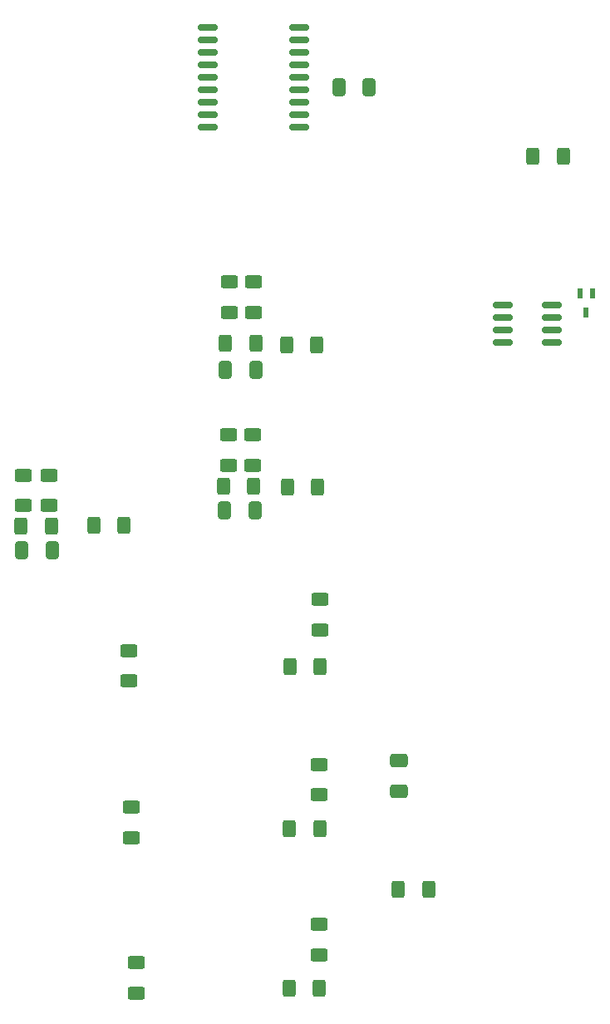
<source format=gbr>
%TF.GenerationSoftware,KiCad,Pcbnew,9.0.0*%
%TF.CreationDate,2025-03-14T13:06:40-07:00*%
%TF.ProjectId,AMS - CANBus - Dinger,414d5320-2d20-4434-914e-427573202d20,rev?*%
%TF.SameCoordinates,Original*%
%TF.FileFunction,Paste,Bot*%
%TF.FilePolarity,Positive*%
%FSLAX46Y46*%
G04 Gerber Fmt 4.6, Leading zero omitted, Abs format (unit mm)*
G04 Created by KiCad (PCBNEW 9.0.0) date 2025-03-14 13:06:40*
%MOMM*%
%LPD*%
G01*
G04 APERTURE LIST*
G04 Aperture macros list*
%AMRoundRect*
0 Rectangle with rounded corners*
0 $1 Rounding radius*
0 $2 $3 $4 $5 $6 $7 $8 $9 X,Y pos of 4 corners*
0 Add a 4 corners polygon primitive as box body*
4,1,4,$2,$3,$4,$5,$6,$7,$8,$9,$2,$3,0*
0 Add four circle primitives for the rounded corners*
1,1,$1+$1,$2,$3*
1,1,$1+$1,$4,$5*
1,1,$1+$1,$6,$7*
1,1,$1+$1,$8,$9*
0 Add four rect primitives between the rounded corners*
20,1,$1+$1,$2,$3,$4,$5,0*
20,1,$1+$1,$4,$5,$6,$7,0*
20,1,$1+$1,$6,$7,$8,$9,0*
20,1,$1+$1,$8,$9,$2,$3,0*%
G04 Aperture macros list end*
%ADD10RoundRect,0.250000X0.650000X-0.412500X0.650000X0.412500X-0.650000X0.412500X-0.650000X-0.412500X0*%
%ADD11RoundRect,0.250000X-0.400000X-0.625000X0.400000X-0.625000X0.400000X0.625000X-0.400000X0.625000X0*%
%ADD12RoundRect,0.250000X-0.625000X0.400000X-0.625000X-0.400000X0.625000X-0.400000X0.625000X0.400000X0*%
%ADD13RoundRect,0.250000X0.625000X-0.400000X0.625000X0.400000X-0.625000X0.400000X-0.625000X-0.400000X0*%
%ADD14RoundRect,0.250000X0.400000X0.625000X-0.400000X0.625000X-0.400000X-0.625000X0.400000X-0.625000X0*%
%ADD15RoundRect,0.150000X-0.825000X-0.150000X0.825000X-0.150000X0.825000X0.150000X-0.825000X0.150000X0*%
%ADD16RoundRect,0.250000X-0.412500X-0.650000X0.412500X-0.650000X0.412500X0.650000X-0.412500X0.650000X0*%
%ADD17R,0.550000X1.000000*%
%ADD18RoundRect,0.150000X-0.875000X-0.150000X0.875000X-0.150000X0.875000X0.150000X-0.875000X0.150000X0*%
G04 APERTURE END LIST*
D10*
%TO.C,C2*%
X119224200Y-122835600D03*
X119224200Y-119710600D03*
%TD*%
D11*
%TO.C,R5*%
X104614200Y-77194500D03*
X101514200Y-77194500D03*
%TD*%
D12*
%TO.C,R7*%
X101934000Y-74027800D03*
X101934000Y-70927800D03*
%TD*%
%TO.C,R8*%
X104342100Y-74011800D03*
X104342100Y-70911800D03*
%TD*%
%TO.C,R21*%
X111098300Y-123154900D03*
X111098300Y-120054900D03*
%TD*%
D13*
%TO.C,R20*%
X91944200Y-124419200D03*
X91944200Y-127519200D03*
%TD*%
D14*
%TO.C,R22*%
X108028500Y-126620800D03*
X111128500Y-126620800D03*
%TD*%
D12*
%TO.C,R24*%
X111065100Y-139473400D03*
X111065100Y-136373400D03*
%TD*%
%TO.C,R10*%
X111120800Y-106373800D03*
X111120800Y-103273800D03*
%TD*%
D13*
%TO.C,R9*%
X91639700Y-108483200D03*
X91639700Y-111583200D03*
%TD*%
%TO.C,R23*%
X92449500Y-140278200D03*
X92449500Y-143378200D03*
%TD*%
D14*
%TO.C,R11*%
X108068400Y-110112000D03*
X111168400Y-110112000D03*
%TD*%
%TO.C,R25*%
X107980100Y-142894000D03*
X111080100Y-142894000D03*
%TD*%
D11*
%TO.C,R2*%
X119127900Y-132792200D03*
X122227900Y-132792200D03*
%TD*%
%TO.C,R12*%
X101300300Y-91720800D03*
X104400300Y-91720800D03*
%TD*%
D12*
%TO.C,R15*%
X104277500Y-86523600D03*
X104277500Y-89623600D03*
%TD*%
D15*
%TO.C,U7*%
X129795000Y-77119700D03*
X129795000Y-75849700D03*
X129795000Y-74579700D03*
X129795000Y-73309700D03*
X134745000Y-73309700D03*
X134745000Y-74579700D03*
X134745000Y-75849700D03*
X134745000Y-77119700D03*
%TD*%
D11*
%TO.C,R13*%
X107823000Y-91791000D03*
X110923000Y-91791000D03*
%TD*%
D16*
%TO.C,C14*%
X113048400Y-51062500D03*
X116173400Y-51062500D03*
%TD*%
D11*
%TO.C,R1*%
X132819100Y-58148500D03*
X135919100Y-58148500D03*
%TD*%
D17*
%TO.C,D9*%
X137623800Y-72096200D03*
X138923800Y-72096200D03*
X138273800Y-73996200D03*
%TD*%
D16*
%TO.C,C10*%
X80733100Y-98242000D03*
X83858100Y-98242000D03*
%TD*%
D18*
%TO.C,U6*%
X99712200Y-55145500D03*
X99712200Y-53875500D03*
X99712200Y-52605500D03*
X99712200Y-51335500D03*
X99712200Y-50065500D03*
X99712200Y-48795500D03*
X99712200Y-47525500D03*
X99712200Y-46255500D03*
X99712200Y-44985500D03*
X109012200Y-44985500D03*
X109012200Y-46255500D03*
X109012200Y-47525500D03*
X109012200Y-48795500D03*
X109012200Y-50065500D03*
X109012200Y-51335500D03*
X109012200Y-52605500D03*
X109012200Y-53875500D03*
X109012200Y-55145500D03*
%TD*%
D12*
%TO.C,R18*%
X80927400Y-90618100D03*
X80927400Y-93718100D03*
%TD*%
%TO.C,R19*%
X83499100Y-90618100D03*
X83499100Y-93718100D03*
%TD*%
D16*
%TO.C,C9*%
X101400200Y-94197000D03*
X104525200Y-94197000D03*
%TD*%
D11*
%TO.C,R17*%
X88085500Y-95682700D03*
X91185500Y-95682700D03*
%TD*%
D12*
%TO.C,R14*%
X101850300Y-86520500D03*
X101850300Y-89620500D03*
%TD*%
D11*
%TO.C,R16*%
X80674200Y-95818700D03*
X83774200Y-95818700D03*
%TD*%
D16*
%TO.C,C8*%
X101520400Y-79868400D03*
X104645400Y-79868400D03*
%TD*%
D11*
%TO.C,R6*%
X107740100Y-77309300D03*
X110840100Y-77309300D03*
%TD*%
M02*

</source>
